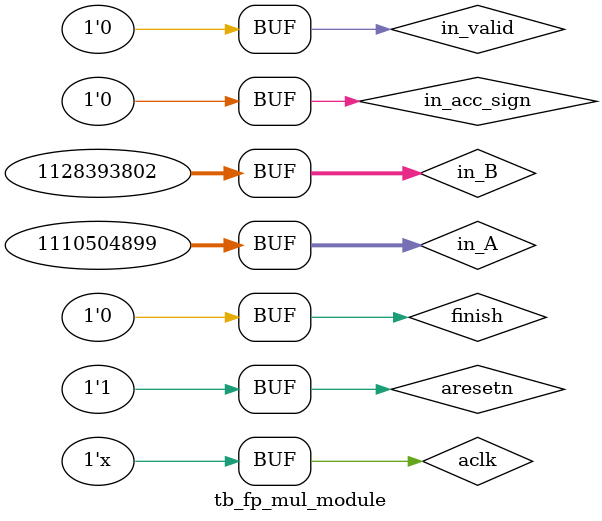
<source format=v>
`timescale 1ns / 1ps


module tb_fp_mul_module(

    );



reg             aclk     ;
reg             aresetn   ;
reg     [31:0]  in_A        ;
reg     [31:0]  in_B        ;
reg             finish      ;
reg             in_valid    ;
reg             in_acc_sign ;
                            
wire    [31:0]  result_1_A  ;
wire    [31:0]  result_1_B  ;
wire    [31:0]  result_2_A  ;
wire    [31:0]  result_2_B  ;
wire    [31:0]  result_3_A  ;
wire    [31:0]  result_3_B  ;
wire    [31:0]  result_4_A  ;
wire    [31:0]  result_4_B  ;
wire    [31:0]  result_5_A  ;
wire    [31:0]  result_5_B  ;
wire    [31:0]  result_6_A  ;
wire    [31:0]  result_6_B  ;
wire    [31:0]  result_7_A  ;
wire    [31:0]  result_7_B  ;
wire    [31:0]  result_8_A  ;
wire    [31:0]  result_8_B  ;
                            
wire            acc_sign    ;
wire            clock_en_out;
wire            sendable    ;
wire            save_sign   ;


initial
    begin
        aclk     = 1'b0;
        aresetn   = 1'b0;
        in_A        = 32'd0;
        in_B        = 32'd0;
        finish      = 1'b0;
        in_valid    = 1'b0;
        in_acc_sign = 1'b0;
        // 1 具体值详见文档测试数据
        #30
        aresetn   = 1'b1;
        in_A        = 32'h41400000;
        in_B        = 32'h415D1EB8;
        in_valid    = 1'b1;
        #20
        in_valid    = 1'b0;
        // 2
        #20
        in_A        = 32'h42007DF4;
        in_B        = 32'h41BB3333;
        in_valid    = 1'b1;
        #20
        in_valid    = 1'b0;
        // 3
        #20
        in_A        = 32'hC146E148;
        in_B        = 32'hC2966666;
        in_valid    = 1'b1;
        #20
        in_valid    = 1'b0;
        // 4
        #20
        in_A        = 32'hC22C0000;
        in_B        = 32'h41E80000;
        in_valid    = 1'b1;
        #20
        in_valid    = 1'b0;
        // 5
        #20
        in_A        = 32'h4298B021;
        in_B        = 32'hC048F5C3;
        in_valid    = 1'b1;
        #20
        in_valid    = 1'b0;
        // 6
        #20
        in_A        = 32'h421CF5C3;
        in_B        = 32'h00000000;
        in_valid    = 1'b1;
        #20
        in_valid    = 1'b0;
        // 7
        #20
        in_A        = 32'h436A1C29;
        in_B        = 32'h3F800000;
        in_valid    = 1'b1;
        #20
        in_valid    = 1'b0;
        // 8
        #20
        in_A        = 32'hC3DD0CCD;
        in_B        = 32'h41466666;
        in_valid    = 1'b1;
        #20
        in_valid    = 1'b0;
        // 9
        #20
        in_A        = 32'h41400000;
        in_B        = 32'h415D1EB8;
        in_valid    = 1'b1;
        #20
        in_valid    = 1'b0;
        // 2
        #20
        in_A        = 32'h42007DF4;
        in_B        = 32'h41BB3333;
        in_valid    = 1'b1;
        #20
        in_valid    = 1'b0;
        // 3
        #20
        in_A        = 32'hC146E148;
        in_B        = 32'hC2966666;
        in_valid    = 1'b1;
        #20
        in_valid    = 1'b0;
        // 4
        #20
        in_A        = 32'hC22C0000;
        in_B        = 32'h41E80000;
        in_valid    = 1'b1;
        #20
        in_valid    = 1'b0;
        // 5
        #20
        in_A        = 32'h4298B021;
        in_B        = 32'hC048F5C3;
        in_valid    = 1'b1;
        #20
        in_valid    = 1'b0;
        // 6
        #20
        in_A        = 32'h421CF5C3;
        in_B        = 32'h00000000;
        in_valid    = 1'b1;
        #20
        in_valid    = 1'b0;
        // 7
        #20
        in_A        = 32'h436A1C29;
        in_B        = 32'h3F800000;
        in_valid    = 1'b1;
        #20
        in_valid    = 1'b0;
        // 8
        #20
        in_A        = 32'hC3DD0CCD;
        in_B        = 32'h41466666;
        in_valid    = 1'b1;
        #20
        in_valid    = 1'b0;
        // 1
        #20
        in_A        = 32'h42C875C3;
        in_B        = 32'h41AB6042;
        in_valid    = 1'b1;
        #20
        in_valid    = 1'b0;
        #5120
        in_valid    = 1'b1;
        #20
        in_valid    = 1'b0;
        // 2
        #20
        in_A        = 32'h4230F5C3;
        in_B        = 32'h4341EC4A;
        in_valid    = 1'b1;
        #20
        in_valid    = 1'b0;
        finish      = 1'b1;
        #20
        finish      = 1'b0;
        
        
        
    end

always #10 aclk = ~aclk;


fp_mul_module#(
    .RST_MAX    (8'd255    ),
    .SUM_START  (8'd64     )
) fp_mul_module_inst
(
    .aclk_1      (aclk    ),
    .aclk_2      (aclk    ),
    .aresetn      (aresetn  ),
    .in_A        (in_A       ),
    .in_B        (in_B       ),
    .finish      (finish     ),
    .in_valid    (in_valid   ),
    .in_acc_sign (in_acc_sign),
    
    .result_1_A  (result_1_A),
    .result_1_B  (result_1_B),
    .result_2_A  (result_2_A),
    .result_2_B  (result_2_B),
    .result_3_A  (result_3_A),
    .result_3_B  (result_3_B),
    .result_4_A  (result_4_A),
    .result_4_B  (result_4_B),
    .result_5_A  (result_5_A),
    .result_5_B  (result_5_B),
    .result_6_A  (result_6_A),
    .result_6_B  (result_6_B),
    .result_7_A  (result_7_A),
    .result_7_B  (result_7_B),
    .result_8_A  (result_8_A),
    .result_8_B  (result_8_B),
    
    .acc_sign    (acc_sign    ),
    .clock_en_out(clock_en_out),
    .sendable    (sendable    ),
    .save_sign   (save_sign   )    // clock_en上升沿时为1

);



endmodule

</source>
